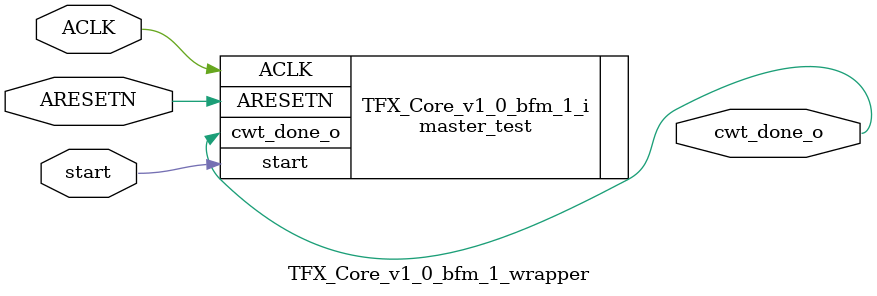
<source format=v>
`timescale 1 ps / 1 ps

module TFX_Core_v1_0_bfm_1_wrapper
   (ACLK,
    ARESETN,
    start,
    cwt_done_o);
  input ACLK;
  input ARESETN;
   
  input start;
  
  output cwt_done_o;

  wire ACLK;
  wire ARESETN;
  wire start;
  wire cwt_done_o;
  
  master_test TFX_Core_v1_0_bfm_1_i
       (.ACLK(ACLK),
        .ARESETN(ARESETN),
        .start(start),
        .cwt_done_o(cwt_done_o));
        
endmodule

</source>
